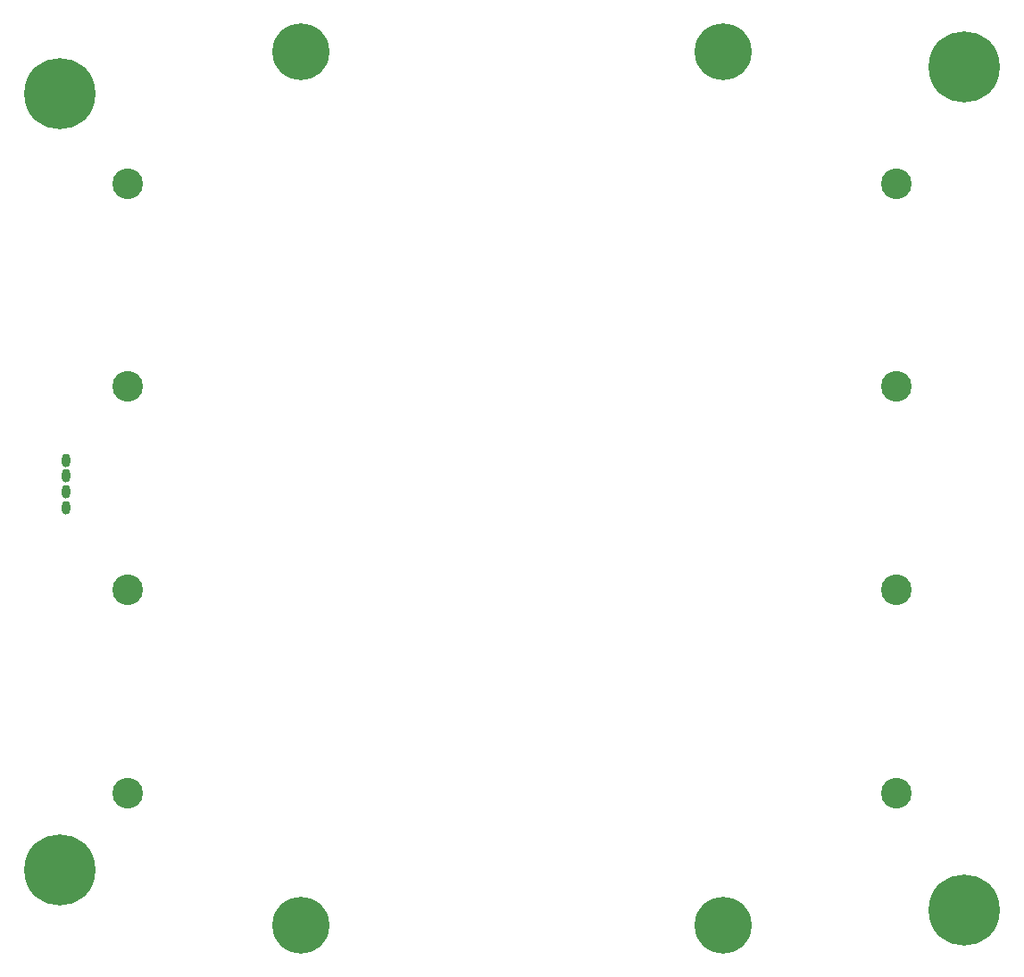
<source format=gbr>
G04 #@! TF.FileFunction,Soldermask,Top*
%FSLAX46Y46*%
G04 Gerber Fmt 4.6, Leading zero omitted, Abs format (unit mm)*
G04 Created by KiCad (PCBNEW 4.0.7) date 05/18/18 17:47:47*
%MOMM*%
%LPD*%
G01*
G04 APERTURE LIST*
%ADD10C,0.100000*%
%ADD11C,5.400000*%
%ADD12C,6.750000*%
%ADD13C,2.900000*%
%ADD14O,0.800000X1.300000*%
G04 APERTURE END LIST*
D10*
D11*
X164505000Y-130800000D03*
X164505000Y-47900000D03*
D12*
X187365000Y-129355000D03*
X187365000Y-49345000D03*
X101635000Y-125545000D03*
D13*
X108050000Y-60400000D03*
X180960000Y-60400000D03*
X108050000Y-79700000D03*
X108050000Y-99000000D03*
X108050000Y-118300000D03*
X180960000Y-79700000D03*
X180960000Y-99000000D03*
X180960000Y-118300000D03*
D12*
X101635000Y-51885000D03*
D11*
X124505000Y-47900000D03*
X124505000Y-130800000D03*
D14*
X102240000Y-91153000D03*
X102240000Y-89656000D03*
X102240000Y-88159000D03*
X102240000Y-86662000D03*
M02*

</source>
